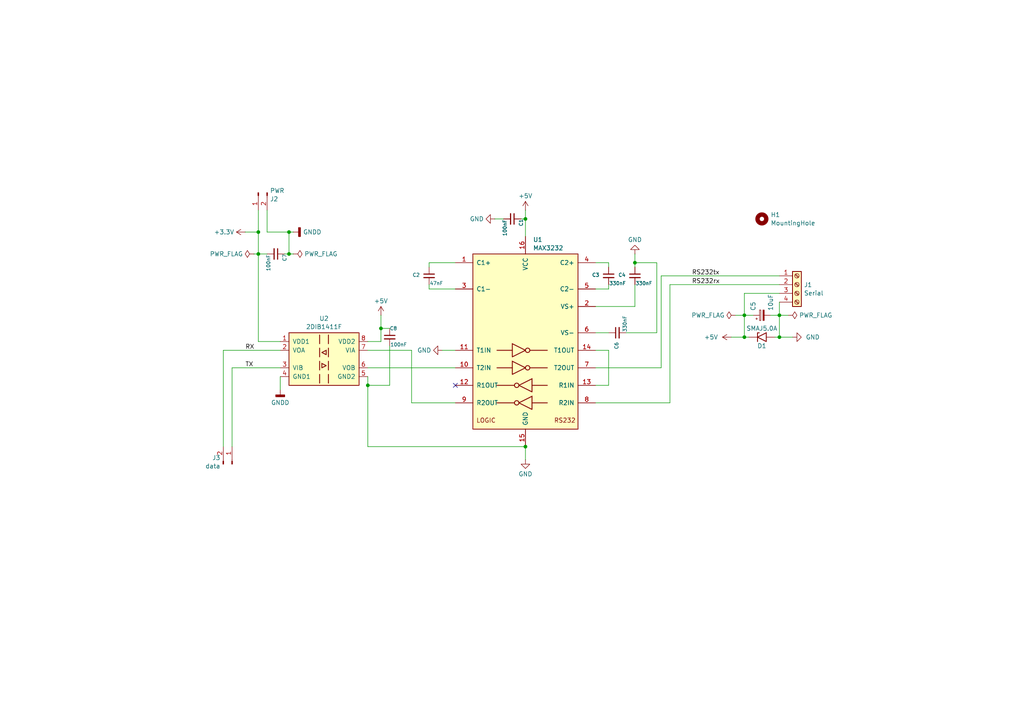
<source format=kicad_sch>
(kicad_sch (version 20231120) (generator "eeschema") (generator_version "8.0")
  (paper "A4")
  (lib_symbols
    (symbol "Connector:Conn_01x02_Pin" (pin_names (offset 1.016) hide)
      (property "Reference" "J" (at 0 2.54 0))
      (property "Value" "Conn_01x02_Pin" (at 0 -5.08 0))
      (symbol "Conn_01x02_Pin_1_1"
        (polyline (pts (xy 1.27 -2.54) (xy 0.8636 -2.54)) (stroke (width 0.1524)))
        (polyline (pts (xy 1.27 0) (xy 0.8636 0)) (stroke (width 0.1524)))
        (rectangle (start 0.8636 -2.413) (end 0 -2.667) (stroke (width 0.1524)) (fill (type outline)))
        (rectangle (start 0.8636 0.127) (end 0 -0.127) (stroke (width 0.1524)) (fill (type outline)))
        (pin passive line (at 5.08 0 180) (length 3.81) (name "Pin_1") (number "1"))
        (pin passive line (at 5.08 -2.54 180) (length 3.81) (name "Pin_2") (number "2"))
      )
    )
    (symbol "Connector:Screw_Terminal_01x04" (pin_names (offset 1.016) hide)
      (property "Reference" "J" (at 0 5.08 0))
      (property "Value" "Screw_Terminal_01x04" (at 0 -7.62 0))
      (symbol "Screw_Terminal_01x04_1_1"
        (rectangle (start -1.27 3.81) (end 1.27 -6.35) (stroke (width 0.254)) (fill (type background)))
        (circle (center 0 -5.08) (radius 0.635) (stroke (width 0.1524)))
        (circle (center 0 -2.54) (radius 0.635) (stroke (width 0.1524)))
        (polyline (pts (xy -0.5334 -4.7498) (xy 0.3302 -5.588)) (stroke (width 0.1524)))
        (polyline (pts (xy -0.5334 -2.2098) (xy 0.3302 -3.048)) (stroke (width 0.1524)))
        (polyline (pts (xy -0.5334 0.3302) (xy 0.3302 -0.508)) (stroke (width 0.1524)))
        (polyline (pts (xy -0.5334 2.8702) (xy 0.3302 2.032)) (stroke (width 0.1524)))
        (polyline (pts (xy -0.3556 -4.572) (xy 0.508 -5.4102)) (stroke (width 0.1524)))
        (polyline (pts (xy -0.3556 -2.032) (xy 0.508 -2.8702)) (stroke (width 0.1524)))
        (polyline (pts (xy -0.3556 0.508) (xy 0.508 -0.3302)) (stroke (width 0.1524)))
        (polyline (pts (xy -0.3556 3.048) (xy 0.508 2.2098)) (stroke (width 0.1524)))
        (circle (center 0 0) (radius 0.635) (stroke (width 0.1524)))
        (circle (center 0 2.54) (radius 0.635) (stroke (width 0.1524)))
        (pin passive line (at -5.08 2.54 0) (length 3.81) (name "Pin_1") (number "1"))
        (pin passive line (at -5.08 0 0) (length 3.81) (name "Pin_2") (number "2"))
        (pin passive line (at -5.08 -2.54 0) (length 3.81) (name "Pin_3") (number "3"))
        (pin passive line (at -5.08 -5.08 0) (length 3.81) (name "Pin_4") (number "4"))
      )
    )
    (symbol "Device:C_Polarized_Small" (pin_numbers hide) (pin_names (offset 0.254) hide)
      (property "Reference" "C" (at 0.254 1.778 0))
      (property "Value" "C_Polarized_Small" (at 0.254 -2.032 0))
      (symbol "C_Polarized_Small_0_1"
        (rectangle (start -1.524 -0.3048) (end 1.524 -0.6858) (fill (type outline)))
        (rectangle (start -1.524 0.6858) (end 1.524 0.3048))
        (polyline (pts (xy -1.27 1.524) (xy -0.762 1.524)))
        (polyline (pts (xy -1.016 1.27) (xy -1.016 1.778)))
      )
      (symbol "C_Polarized_Small_1_1"
        (pin passive line (at 0 2.54 270) (length 1.8542) (name "~") (number "1"))
        (pin passive line (at 0 -2.54 90) (length 1.8542) (name "~") (number "2"))
      )
    )
    (symbol "Device:C_Small" (pin_numbers hide) (pin_names (offset 0.254) hide)
      (property "Reference" "C" (at 0.254 1.778 0))
      (property "Value" "C_Small" (at 0.254 -2.032 0))
      (symbol "C_Small_0_1"
        (polyline (pts (xy -1.524 -0.508) (xy 1.524 -0.508)) (stroke (width 0.3302)))
        (polyline (pts (xy -1.524 0.508) (xy 1.524 0.508)) (stroke (width 0.3048)))
      )
      (symbol "C_Small_1_1"
        (pin passive line (at 0 2.54 270) (length 2.032) (name "~") (number "1"))
        (pin passive line (at 0 -2.54 90) (length 2.032) (name "~") (number "2"))
      )
    )
    (symbol "Diode:SMAJ5.0A" (pin_numbers hide) (pin_names (offset 1.016) hide)
      (property "Reference" "D" (at 0 2.54 0))
      (property "Value" "SMAJ5.0A" (at 0 -2.54 0))
      (symbol "SMAJ5.0A_0_1"
        (polyline (pts (xy -0.762 1.27) (xy -1.27 1.27) (xy -1.27 -1.27)) (stroke (width 0.254)))
        (polyline (pts (xy 1.27 1.27) (xy 1.27 -1.27) (xy -1.27 0) (xy 1.27 1.27)) (stroke (width 0.254)))
      )
      (symbol "SMAJ5.0A_1_1"
        (pin passive line (at -3.81 0 0) (length 2.54) (name "A1") (number "1"))
        (pin passive line (at 3.81 0 180) (length 2.54) (name "A2") (number "2"))
      )
    )
    (symbol "Interface_UART:MAX3232" (pin_names (offset 1.016))
      (property "Reference" "U" (at -2.54 28.575 0))
      (property "Value" "MAX3232" (at -2.54 26.67 0))
      (symbol "MAX3232_0_0"
        (text "LOGIC" (at -11.43 -22.86 0) (effects (font (size 1.27 1.27))))
        (text "RS232" (at 11.43 -22.86 0) (effects (font (size 1.27 1.27))))
      )
      (symbol "MAX3232_0_1"
        (rectangle (start -15.24 -25.4) (end 15.24 25.4) (stroke (width 0.254)) (fill (type background)))
        (circle (center -2.54 -17.78) (radius 0.635) (stroke (width 0.254)))
        (circle (center -2.54 -12.7) (radius 0.635) (stroke (width 0.254)))
        (polyline (pts (xy -3.81 -7.62) (xy -8.255 -7.62)) (stroke (width 0.254)))
        (polyline (pts (xy -3.81 -2.54) (xy -8.255 -2.54)) (stroke (width 0.254)))
        (polyline (pts (xy -3.175 -17.78) (xy -8.255 -17.78)) (stroke (width 0.254)))
        (polyline (pts (xy -3.175 -12.7) (xy -8.255 -12.7)) (stroke (width 0.254)))
        (polyline (pts (xy 1.27 -7.62) (xy 6.35 -7.62)) (stroke (width 0.254)))
        (polyline (pts (xy 1.27 -2.54) (xy 6.35 -2.54)) (stroke (width 0.254)))
        (polyline (pts (xy 1.905 -17.78) (xy 6.35 -17.78)) (stroke (width 0.254)))
        (polyline (pts (xy 1.905 -12.7) (xy 6.35 -12.7)) (stroke (width 0.254)))
        (polyline (pts (xy -3.81 -5.715) (xy -3.81 -9.525) (xy 0 -7.62) (xy -3.81 -5.715)) (stroke (width 0.254)))
        (polyline (pts (xy -3.81 -0.635) (xy -3.81 -4.445) (xy 0 -2.54) (xy -3.81 -0.635)) (stroke (width 0.254)))
        (polyline (pts (xy 1.905 -15.875) (xy 1.905 -19.685) (xy -1.905 -17.78) (xy 1.905 -15.875)) (stroke (width 0.254)))
        (polyline (pts (xy 1.905 -10.795) (xy 1.905 -14.605) (xy -1.905 -12.7) (xy 1.905 -10.795)) (stroke (width 0.254)))
        (circle (center 0.635 -7.62) (radius 0.635) (stroke (width 0.254)))
        (circle (center 0.635 -2.54) (radius 0.635) (stroke (width 0.254)))
      )
      (symbol "MAX3232_1_1"
        (pin passive line (at -20.32 22.86 0) (length 5.08) (name "C1+") (number "1"))
        (pin input line (at -20.32 -7.62 0) (length 5.08) (name "T2IN") (number "10"))
        (pin input line (at -20.32 -2.54 0) (length 5.08) (name "T1IN") (number "11"))
        (pin output line (at -20.32 -12.7 0) (length 5.08) (name "R1OUT") (number "12"))
        (pin input line (at 20.32 -12.7 180) (length 5.08) (name "R1IN") (number "13"))
        (pin output line (at 20.32 -2.54 180) (length 5.08) (name "T1OUT") (number "14"))
        (pin power_in line (at 0 -30.48 90) (length 5.08) (name "GND") (number "15"))
        (pin power_in line (at 0 30.48 270) (length 5.08) (name "VCC") (number "16"))
        (pin power_out line (at 20.32 10.16 180) (length 5.08) (name "VS+") (number "2"))
        (pin passive line (at -20.32 15.24 0) (length 5.08) (name "C1-") (number "3"))
        (pin passive line (at 20.32 22.86 180) (length 5.08) (name "C2+") (number "4"))
        (pin passive line (at 20.32 15.24 180) (length 5.08) (name "C2-") (number "5"))
        (pin power_out line (at 20.32 2.54 180) (length 5.08) (name "VS-") (number "6"))
        (pin output line (at 20.32 -7.62 180) (length 5.08) (name "T2OUT") (number "7"))
        (pin input line (at 20.32 -17.78 180) (length 5.08) (name "R2IN") (number "8"))
        (pin output line (at -20.32 -17.78 0) (length 5.08) (name "R2OUT") (number "9"))
      )
    )
    (symbol "Isolator:ADuM1201AR" (pin_names (offset 1.016))
      (property "Reference" "U" (at -10.16 8.89 0))
      (property "Value" "ADuM1201AR" (at -2.032 8.89 0))
      (symbol "ADuM1201AR_0_1"
        (rectangle (start -10.16 7.62) (end 10.16 -7.62) (stroke (width 0.254)) (fill (type background)))
        (polyline (pts (xy -1.27 -4.445) (xy -1.27 -6.985)) (stroke (width 0.254)))
        (polyline (pts (xy -1.27 -0.635) (xy -1.27 -3.175)) (stroke (width 0.254)))
        (polyline (pts (xy -1.27 3.175) (xy -1.27 0.635)) (stroke (width 0.254)))
        (polyline (pts (xy -1.27 6.985) (xy -1.27 4.445)) (stroke (width 0.254)))
        (polyline (pts (xy 1.27 -4.445) (xy 1.27 -6.985)) (stroke (width 0.254)))
        (polyline (pts (xy 1.27 -0.635) (xy 1.27 -3.175)) (stroke (width 0.254)))
        (polyline (pts (xy 1.27 3.175) (xy 1.27 0.635)) (stroke (width 0.254)))
        (polyline (pts (xy 1.27 6.985) (xy 1.27 4.445)) (stroke (width 0.254)))
        (polyline (pts (xy -0.635 -1.27) (xy -0.635 -2.54) (xy 0.635 -1.905) (xy -0.635 -1.27)) (stroke (width 0.254)))
        (polyline (pts (xy 0.635 2.54) (xy 0.635 1.27) (xy -0.635 1.905) (xy 0.635 2.54)) (stroke (width 0.254)))
      )
      (symbol "ADuM1201AR_1_1"
        (pin power_in line (at -12.7 5.08 0) (length 2.54) (name "VDD1") (number "1"))
        (pin output line (at -12.7 2.54 0) (length 2.54) (name "VOA") (number "2"))
        (pin input line (at -12.7 -2.54 0) (length 2.54) (name "VIB") (number "3"))
        (pin power_in line (at -12.7 -5.08 0) (length 2.54) (name "GND1") (number "4"))
        (pin power_in line (at 12.7 -5.08 180) (length 2.54) (name "GND2") (number "5"))
        (pin output line (at 12.7 -2.54 180) (length 2.54) (name "VOB") (number "6"))
        (pin input line (at 12.7 2.54 180) (length 2.54) (name "VIA") (number "7"))
        (pin power_in line (at 12.7 5.08 180) (length 2.54) (name "VDD2") (number "8"))
      )
    )
    (symbol "Mechanical:MountingHole" (pin_names (offset 1.016)) (exclude_from_sim yes) (in_bom no)
      (property "Reference" "H" (at 0 5.08 0))
      (property "Value" "MountingHole" (at 0 3.175 0))
      (symbol "MountingHole_0_1"
        (circle (center 0 0) (radius 1.27) (stroke (width 1.27)))
      )
    )
    (symbol "power:+3.3V" (power) (pin_numbers hide) (pin_names (offset 0) hide)
      (property "Value" "+3.3V" (at 0 3.556 0))
      (symbol "+3.3V_0_1"
        (polyline (pts (xy -0.762 1.27) (xy 0 2.54)))
        (polyline (pts (xy 0 0) (xy 0 2.54)))
        (polyline (pts (xy 0 2.54) (xy 0.762 1.27)))
      )
      (symbol "+3.3V_1_1"
        (pin power_in line (at 0 0 90) (length 0) (name "~") (number "1"))
      )
    )
    (symbol "power:+5V" (power) (pin_numbers hide) (pin_names (offset 0) hide)
      (property "Value" "+5V" (at 0 3.556 0))
      (symbol "+5V_0_1"
        (polyline (pts (xy -0.762 1.27) (xy 0 2.54)))
        (polyline (pts (xy 0 0) (xy 0 2.54)))
        (polyline (pts (xy 0 2.54) (xy 0.762 1.27)))
      )
      (symbol "+5V_1_1"
        (pin power_in line (at 0 0 90) (length 0) (name "~") (number "1"))
      )
    )
    (symbol "power:GND" (power) (pin_numbers hide) (pin_names (offset 0) hide)
      (property "Value" "GND" (at 0 -3.81 0))
      (symbol "GND_0_1"
        (polyline (pts (xy 0 0) (xy 0 -1.27) (xy 1.27 -1.27) (xy 0 -2.54) (xy -1.27 -1.27) (xy 0 -1.27)))
      )
      (symbol "GND_1_1"
        (pin power_in line (at 0 0 270) (length 0) (name "~") (number "1"))
      )
    )
    (symbol "power:GNDD" (power) (pin_numbers hide) (pin_names (offset 0) hide)
      (property "Value" "GNDD" (at 0 -3.175 0))
      (symbol "GNDD_0_1"
        (rectangle (start -1.27 -1.524) (end 1.27 -2.032) (stroke (width 0.254)) (fill (type outline)))
        (polyline (pts (xy 0 0) (xy 0 -1.524)))
      )
      (symbol "GNDD_1_1"
        (pin power_in line (at 0 0 270) (length 0) (name "~") (number "1"))
      )
    )
    (symbol "power:PWR_FLAG" (power) (pin_numbers hide) (pin_names (offset 0) hide)
      (property "Value" "PWR_FLAG" (at 0 3.81 0))
      (symbol "PWR_FLAG_0_0"
        (pin power_out line (at 0 0 90) (length 0) (name "~") (number "1"))
      )
      (symbol "PWR_FLAG_0_1"
        (polyline (pts (xy 0 0) (xy 0 1.27) (xy -1.016 1.905) (xy 0 2.54) (xy 1.016 1.905) (xy 0 1.27)))
      )
    )
  )
  (junction (at 74.93 73.66))
  (junction (at 226.06 91.44))
  (junction (at 83.82 73.66))
  (junction (at 152.4 129.54))
  (junction (at 74.93 67.31))
  (junction (at 184.15 76.2))
  (junction (at 110.49 95.25))
  (junction (at 226.06 97.79))
  (junction (at 106.68 111.76))
  (junction (at 152.4 63.5))
  (junction (at 215.9 91.44))
  (junction (at 83.82 67.31))
  (junction (at 215.9 97.79))
  (no_connect (at 132.08 111.76))
  (wire (pts (xy 212.09 97.79) (xy 215.9 97.79)))
  (wire (pts (xy 110.49 99.06) (xy 106.68 99.06)))
  (wire (pts (xy 128.27 101.6) (xy 132.08 101.6)))
  (wire (pts (xy 215.9 97.79) (xy 215.9 91.44)))
  (wire (pts (xy 83.82 73.66) (xy 82.55 73.66)))
  (wire (pts (xy 110.49 95.25) (xy 110.49 99.06)))
  (wire (pts (xy 81.28 99.06) (xy 74.93 99.06)))
  (wire (pts (xy 191.77 80.01) (xy 191.77 106.68)))
  (wire (pts (xy 215.9 85.09) (xy 226.06 85.09)))
  (wire (pts (xy 176.53 76.2) (xy 176.53 77.47)))
  (wire (pts (xy 184.15 82.55) (xy 184.15 88.9)))
  (wire (pts (xy 81.28 109.22) (xy 81.28 113.03)))
  (wire (pts (xy 77.47 73.66) (xy 74.93 73.66)))
  (wire (pts (xy 124.46 82.55) (xy 124.46 83.82)))
  (wire (pts (xy 172.72 76.2) (xy 176.53 76.2)))
  (wire (pts (xy 81.28 101.6) (xy 64.77 101.6)))
  (wire (pts (xy 194.31 116.84) (xy 172.72 116.84)))
  (wire (pts (xy 83.82 73.66) (xy 85.09 73.66)))
  (wire (pts (xy 224.79 97.79) (xy 226.06 97.79)))
  (wire (pts (xy 215.9 97.79) (xy 217.17 97.79)))
  (wire (pts (xy 110.49 91.44) (xy 110.49 95.25)))
  (wire (pts (xy 152.4 63.5) (xy 152.4 68.58)))
  (wire (pts (xy 223.52 91.44) (xy 226.06 91.44)))
  (wire (pts (xy 106.68 129.54) (xy 152.4 129.54)))
  (wire (pts (xy 110.49 95.25) (xy 113.03 95.25)))
  (wire (pts (xy 132.08 76.2) (xy 124.46 76.2)))
  (wire (pts (xy 73.66 73.66) (xy 74.93 73.66)))
  (wire (pts (xy 64.77 101.6) (xy 64.77 129.54)))
  (wire (pts (xy 119.38 101.6) (xy 119.38 116.84)))
  (wire (pts (xy 67.31 106.68) (xy 67.31 129.54)))
  (wire (pts (xy 226.06 80.01) (xy 191.77 80.01)))
  (wire (pts (xy 190.5 96.52) (xy 190.5 76.2)))
  (wire (pts (xy 77.47 60.96) (xy 77.47 67.31)))
  (wire (pts (xy 113.03 100.33) (xy 113.03 111.76)))
  (wire (pts (xy 172.72 111.76) (xy 176.53 111.76)))
  (wire (pts (xy 106.68 106.68) (xy 132.08 106.68)))
  (wire (pts (xy 106.68 109.22) (xy 106.68 111.76)))
  (wire (pts (xy 226.06 82.55) (xy 194.31 82.55)))
  (wire (pts (xy 181.61 96.52) (xy 190.5 96.52)))
  (wire (pts (xy 74.93 67.31) (xy 74.93 73.66)))
  (wire (pts (xy 83.82 67.31) (xy 85.09 67.31)))
  (wire (pts (xy 226.06 87.63) (xy 226.06 91.44)))
  (wire (pts (xy 74.93 73.66) (xy 74.93 99.06)))
  (wire (pts (xy 151.13 63.5) (xy 152.4 63.5)))
  (wire (pts (xy 176.53 111.76) (xy 176.53 101.6)))
  (wire (pts (xy 190.5 76.2) (xy 184.15 76.2)))
  (wire (pts (xy 77.47 67.31) (xy 83.82 67.31)))
  (wire (pts (xy 184.15 88.9) (xy 172.72 88.9)))
  (wire (pts (xy 124.46 76.2) (xy 124.46 77.47)))
  (wire (pts (xy 191.77 106.68) (xy 172.72 106.68)))
  (wire (pts (xy 119.38 116.84) (xy 132.08 116.84)))
  (wire (pts (xy 124.46 83.82) (xy 132.08 83.82)))
  (wire (pts (xy 172.72 83.82) (xy 176.53 83.82)))
  (wire (pts (xy 106.68 101.6) (xy 119.38 101.6)))
  (wire (pts (xy 229.87 97.79) (xy 226.06 97.79)))
  (wire (pts (xy 226.06 91.44) (xy 228.6 91.44)))
  (wire (pts (xy 215.9 91.44) (xy 218.44 91.44)))
  (wire (pts (xy 176.53 83.82) (xy 176.53 82.55)))
  (wire (pts (xy 143.51 63.5) (xy 146.05 63.5)))
  (wire (pts (xy 184.15 73.66) (xy 184.15 76.2)))
  (wire (pts (xy 74.93 60.96) (xy 74.93 67.31)))
  (wire (pts (xy 67.31 106.68) (xy 81.28 106.68)))
  (wire (pts (xy 83.82 67.31) (xy 83.82 73.66)))
  (wire (pts (xy 106.68 111.76) (xy 106.68 129.54)))
  (wire (pts (xy 113.03 111.76) (xy 106.68 111.76)))
  (wire (pts (xy 176.53 101.6) (xy 172.72 101.6)))
  (wire (pts (xy 152.4 60.96) (xy 152.4 63.5)))
  (wire (pts (xy 226.06 91.44) (xy 226.06 97.79)))
  (wire (pts (xy 215.9 91.44) (xy 215.9 85.09)))
  (wire (pts (xy 71.12 67.31) (xy 74.93 67.31)))
  (wire (pts (xy 213.36 91.44) (xy 215.9 91.44)))
  (wire (pts (xy 172.72 96.52) (xy 176.53 96.52)))
  (wire (pts (xy 152.4 129.54) (xy 152.4 133.35)))
  (wire (pts (xy 184.15 76.2) (xy 184.15 77.47)))
  (wire (pts (xy 194.31 82.55) (xy 194.31 116.84)))
  (label "TX" (at 71.12 106.68 0))
  (label "RS232rx" (at 200.66 82.55 0))
  (label "RX" (at 71.12 101.6 0))
  (label "RS232tx" (at 200.66 80.01 0))
  (symbol (lib_id "power:+5V") (at 212.09 97.79 90) (unit 1)
    (property "Reference" "#PWR04" (effects (hide yes)))
    (property "Value" "+5V" (at 208.28 97.7899 90) (effects (justify left)))
    (property "Description" "Power symbol creates a global label with name \"+5V\"" (effects (hide yes)))
  )
  (symbol (lib_id "Connector:Conn_01x02_Pin") (at 67.31 134.62 270) (mirror x) (unit 1)
    (property "Reference" "J3" (at 63.9318 132.7728 90) (effects (justify right)))
    (property "Value" "data" (at 63.9318 135.1971 90) (effects (justify right)))
    (property "Footprint" "Connector_PinHeader_2.54mm:PinHeader_1x02_P2.54mm_Vertical" (effects (hide yes)))
    (property "Description" "Generic connector, single row, 01x02, script generated" (effects (hide yes)))
  )
  (symbol (lib_id "power:GND") (at 184.15 73.66 180) (unit 1)
    (property "Reference" "#PWR03" (effects (hide yes)))
    (property "Value" "GND" (at 184.15 69.5269 0))
    (property "Description" "Power symbol creates a global label with name \"GND\" , ground" (effects (hide yes)))
  )
  (symbol (lib_id "power:+5V") (at 110.49 91.44 0) (unit 1)
    (property "Reference" "#PWR012" (effects (hide yes)))
    (property "Value" "+5V" (at 110.49 87.3069 0))
    (property "Description" "Power symbol creates a global label with name \"+5V\"" (effects (hide yes)))
  )
  (symbol (lib_id "Mechanical:MountingHole") (at 220.98 63.5 0) (unit 1) (exclude_from_sim yes) (in_bom no)
    (property "Reference" "H1" (at 223.52 62.2878 0) (effects (justify left)))
    (property "Value" "MountingHole" (at 223.52 64.7121 0) (effects (justify left)))
    (property "Footprint" "MountingHole:MountingHole_3.2mm_M3_DIN965" (effects (hide yes)))
    (property "Description" "Mounting Hole without connection" (effects (hide yes)))
  )
  (symbol (lib_id "Device:C_Small") (at 113.03 97.79 0) (unit 1)
    (property "Reference" "C8" (at 113.03 95.25 0) (effects (font (size 1.016 1.016)) (justify left)))
    (property "Value" "100nF" (at 113.1824 99.949 0) (effects (font (size 1.016 1.016)) (justify left)))
    (property "Footprint" "Capacitor_SMD:C_0603_1608Metric_Pad1.08x0.95mm_HandSolder" (effects (hide yes)))
    (property "Description" "Unpolarized capacitor, small symbol" (effects (hide yes)))
    (property "P/N" "stock" (effects (hide yes)))
  )
  (symbol (lib_id "Device:C_Polarized_Small") (at 220.98 91.44 90) (unit 1)
    (property "Reference" "C5" (at 218.44 90.17 0) (effects (justify left)))
    (property "Value" "10uF" (at 223.52 90.17 0) (effects (justify left)))
    (property "Footprint" "Capacitor_SMD:C_0805_2012Metric_Pad1.18x1.45mm_HandSolder" (effects (hide yes)))
    (property "Description" "Polarized capacitor, small symbol" (effects (hide yes)))
    (property "P/N" "GRM21BC8YA106KE11L (stock)" (effects (hide yes)))
  )
  (symbol (lib_id "Connector:Screw_Terminal_01x04") (at 231.14 82.55 0) (unit 1)
    (property "Reference" "J1" (at 233.172 82.6078 0) (effects (justify left)))
    (property "Value" "Serial" (at 233.172 85.0321 0) (effects (justify left)))
    (property "Footprint" "Connector_Phoenix_MC:PhoenixContact_MCV_1,5_4-G-3.5_1x04_P3.50mm_Vertical" (effects (hide yes)))
    (property "Description" "Generic screw terminal, single row, 01x04, script generated (kicad-library-utils/schlib/autogen/connector/)" (effects (hide yes)))
    (property "P/N" "YO0201500000G x2" (effects (hide yes)))
  )
  (symbol (lib_id "Diode:SMAJ5.0A") (at 220.98 97.79 0) (unit 1)
    (property "Reference" "D1" (at 220.98 100.33 0))
    (property "Value" "SMAJ5.0A" (at 220.98 95.25 0))
    (property "Footprint" "Diode_SMD:D_SMA" (effects (hide yes)))
    (property "Datasheet" "https://www.littelfuse.com/media?resourcetype=datasheets&itemid=75e32973-b177-4ee3-a0ff-cedaf1abdb93&filename=smaj-datasheet" (effects (hide yes)))
    (property "Description" "400W unidirectional Transient Voltage Suppressor, 5.0Vr, SMA(DO-214AC)" (effects (hide yes)))
    (property "P/N" "SMAJ5.0A/TR13" (effects (hide yes)))
  )
  (symbol (lib_id "Device:C_Small") (at 124.46 80.01 0) (unit 1)
    (property "Reference" "C2" (at 119.634 79.756 0) (effects (font (size 1.016 1.016)) (justify left)))
    (property "Value" "47nF" (at 124.6124 82.169 0) (effects (font (size 1.016 1.016)) (justify left)))
    (property "Footprint" "Capacitor_SMD:C_0603_1608Metric_Pad1.08x0.95mm_HandSolder" (effects (hide yes)))
    (property "Description" "Unpolarized capacitor, small symbol" (effects (hide yes)))
    (property "P/N" "C0603C473K5RACTU" (effects (hide yes)))
  )
  (symbol (lib_id "power:PWR_FLAG") (at 213.36 91.44 90) (unit 1)
    (property "Reference" "#FLG01" (effects (hide yes)))
    (property "Value" "PWR_FLAG" (at 210.1851 91.44 90) (effects (justify left)))
    (property "Description" "Special symbol for telling ERC where power comes from" (effects (hide yes)))
  )
  (symbol (lib_id "power:GNDD") (at 85.09 67.31 90) (unit 1)
    (property "Reference" "#PWR09" (effects (hide yes)))
    (property "Value" "GNDD" (at 87.884 67.31 90) (effects (justify right)))
    (property "Description" "Power symbol creates a global label with name \"GNDD\" , digital ground" (effects (hide yes)))
  )
  (symbol (lib_id "Device:C_Small") (at 80.01 73.66 270) (unit 1)
    (property "Reference" "C7" (at 82.55 73.66 0) (effects (font (size 1.016 1.016)) (justify left)))
    (property "Value" "100nF" (at 77.851 73.8124 0) (effects (font (size 1.016 1.016)) (justify left)))
    (property "Footprint" "Capacitor_SMD:C_0603_1608Metric_Pad1.08x0.95mm_HandSolder" (effects (hide yes)))
    (property "Description" "Unpolarized capacitor, small symbol" (effects (hide yes)))
    (property "P/N" "stock" (effects (hide yes)))
  )
  (symbol (lib_id "Device:C_Small") (at 176.53 80.01 0) (unit 1)
    (property "Reference" "C3" (at 171.704 79.756 0) (effects (font (size 1.016 1.016)) (justify left)))
    (property "Value" "330nF" (at 176.6824 82.169 0) (effects (font (size 1.016 1.016)) (justify left)))
    (property "Footprint" "Capacitor_SMD:C_0603_1608Metric_Pad1.08x0.95mm_HandSolder" (effects (hide yes)))
    (property "Description" "Unpolarized capacitor, small symbol" (effects (hide yes)))
    (property "P/N" "CGA3E3X7R1E334M080AB" (effects (hide yes)))
  )
  (symbol (lib_id "Interface_UART:MAX3232") (at 152.4 99.06 0) (unit 1)
    (property "Reference" "U1" (at 154.5941 69.5155 0) (effects (justify left)))
    (property "Value" "MAX3232" (at 154.5941 71.9398 0) (effects (justify left)))
    (property "Footprint" "Package_SO:SOIC-16_3.9x9.9mm_P1.27mm" (effects (hide yes)))
    (property "Datasheet" "https://datasheets.maximintegrated.com/en/ds/MAX3222-MAX3241.pdf" (effects (hide yes)))
    (property "Description" "3.0V to 5.5V, Low-Power, up to 1Mbps, True RS-232 Transceivers Using Four 0.1μF External Capacitors" (effects (hide yes)))
    (property "P/N" "MAX3232CDR" (effects (hide yes)))
  )
  (symbol (lib_id "power:GND") (at 128.27 101.6 270) (unit 1)
    (property "Reference" "#PWR06" (effects (hide yes)))
    (property "Value" "GND" (at 125.0951 101.6 90) (effects (justify right)))
    (property "Description" "Power symbol creates a global label with name \"GND\" , ground" (effects (hide yes)))
  )
  (symbol (lib_id "Device:C_Small") (at 184.15 80.01 0) (unit 1)
    (property "Reference" "C4" (at 179.324 79.756 0) (effects (font (size 1.016 1.016)) (justify left)))
    (property "Value" "330nF" (at 184.3024 82.169 0) (effects (font (size 1.016 1.016)) (justify left)))
    (property "Footprint" "Capacitor_SMD:C_0603_1608Metric_Pad1.08x0.95mm_HandSolder" (effects (hide yes)))
    (property "Description" "Unpolarized capacitor, small symbol" (effects (hide yes)))
    (property "P/N" "CGA3E3X7R1E334M080AB" (effects (hide yes)))
  )
  (symbol (lib_id "power:PWR_FLAG") (at 73.66 73.66 90) (unit 1)
    (property "Reference" "#FLG03" (effects (hide yes)))
    (property "Value" "PWR_FLAG" (at 70.4851 73.66 90) (effects (justify left)))
    (property "Description" "Special symbol for telling ERC where power comes from" (effects (hide yes)))
  )
  (symbol (lib_id "Connector:Conn_01x02_Pin") (at 74.93 55.88 90) (mirror x) (unit 1)
    (property "Reference" "J2" (at 78.3082 57.7272 90) (effects (justify right)))
    (property "Value" "PWR" (at 78.3082 55.3029 90) (effects (justify right)))
    (property "Footprint" "Connector_PinHeader_2.54mm:PinHeader_1x02_P2.54mm_Vertical" (effects (hide yes)))
    (property "Description" "Generic connector, single row, 01x02, script generated" (effects (hide yes)))
  )
  (symbol (lib_id "power:+3.3V") (at 71.12 67.31 90) (unit 1)
    (property "Reference" "#PWR08" (effects (hide yes)))
    (property "Value" "+3.3V" (at 67.945 67.31 90) (effects (justify left)))
    (property "Description" "Power symbol creates a global label with name \"+3.3V\"" (effects (hide yes)))
  )
  (symbol (lib_id "power:+5V") (at 152.4 60.96 0) (unit 1)
    (property "Reference" "#PWR01" (effects (hide yes)))
    (property "Value" "+5V" (at 152.4 56.8269 0))
    (property "Description" "Power symbol creates a global label with name \"+5V\"" (effects (hide yes)))
  )
  (symbol (lib_id "power:GND") (at 143.51 63.5 270) (unit 1)
    (property "Reference" "#PWR02" (effects (hide yes)))
    (property "Value" "GND" (at 140.3351 63.5 90) (effects (justify right)))
    (property "Description" "Power symbol creates a global label with name \"GND\" , ground" (effects (hide yes)))
  )
  (symbol (lib_id "power:GNDD") (at 81.28 113.03 0) (unit 1)
    (property "Reference" "#PWR010" (effects (hide yes)))
    (property "Value" "GNDD" (at 81.28 116.7821 0))
    (property "Description" "Power symbol creates a global label with name \"GNDD\" , digital ground" (effects (hide yes)))
  )
  (symbol (lib_id "Isolator:ADuM1201AR") (at 93.98 104.14 0) (unit 1)
    (property "Reference" "U2" (at 93.98 92.3755 0))
    (property "Value" "2DIB1411F" (at 93.98 94.7998 0))
    (property "Footprint" "Package_SO:SOIC-8_3.9x4.9mm_P1.27mm" (effects (hide yes)))
    (property "Description" "Dual-channel digital isolator, bidirectional communication, 3V/5V level translation, SOIC-8" (effects (hide yes)))
    (property "P/N" "2DIB1411F" (effects (hide yes)))
  )
  (symbol (lib_id "power:GND") (at 152.4 133.35 0) (unit 1)
    (property "Reference" "#PWR07" (effects (hide yes)))
    (property "Value" "GND" (at 152.4 137.4831 0))
    (property "Description" "Power symbol creates a global label with name \"GND\" , ground" (effects (hide yes)))
  )
  (symbol (lib_id "power:GND") (at 229.87 97.79 90) (unit 1)
    (property "Reference" "#PWR05" (effects (hide yes)))
    (property "Value" "GND" (at 233.68 97.7899 90) (effects (justify right)))
    (property "Description" "Power symbol creates a global label with name \"GND\" , ground" (effects (hide yes)))
  )
  (symbol (lib_id "Device:C_Small") (at 179.07 96.52 90) (unit 1)
    (property "Reference" "C6" (at 178.816 101.346 0) (effects (font (size 1.016 1.016)) (justify left)))
    (property "Value" "330nF" (at 181.229 96.3676 0) (effects (font (size 1.016 1.016)) (justify left)))
    (property "Footprint" "Capacitor_SMD:C_0603_1608Metric_Pad1.08x0.95mm_HandSolder" (effects (hide yes)))
    (property "Description" "Unpolarized capacitor, small symbol" (effects (hide yes)))
    (property "P/N" "CGA3E3X7R1E334M080AB" (effects (hide yes)))
  )
  (symbol (lib_id "power:PWR_FLAG") (at 228.6 91.44 270) (unit 1)
    (property "Reference" "#FLG02" (effects (hide yes)))
    (property "Value" "PWR_FLAG" (at 231.775 91.44 90) (effects (justify left)))
    (property "Description" "Special symbol for telling ERC where power comes from" (effects (hide yes)))
  )
  (symbol (lib_id "power:PWR_FLAG") (at 85.09 73.66 270) (unit 1)
    (property "Reference" "#FLG04" (effects (hide yes)))
    (property "Value" "PWR_FLAG" (at 88.265 73.66 90) (effects (justify left)))
    (property "Description" "Special symbol for telling ERC where power comes from" (effects (hide yes)))
  )
  (symbol (lib_id "Device:C_Small") (at 148.59 63.5 270) (unit 1)
    (property "Reference" "C1" (at 151.13 63.5 0) (effects (font (size 1.016 1.016)) (justify left)))
    (property "Value" "100nF" (at 146.431 63.6524 0) (effects (font (size 1.016 1.016)) (justify left)))
    (property "Footprint" "Capacitor_SMD:C_0603_1608Metric_Pad1.08x0.95mm_HandSolder" (effects (hide yes)))
    (property "Description" "Unpolarized capacitor, small symbol" (effects (hide yes)))
    (property "P/N" "stock" (effects (hide yes)))
  )
)
</source>
